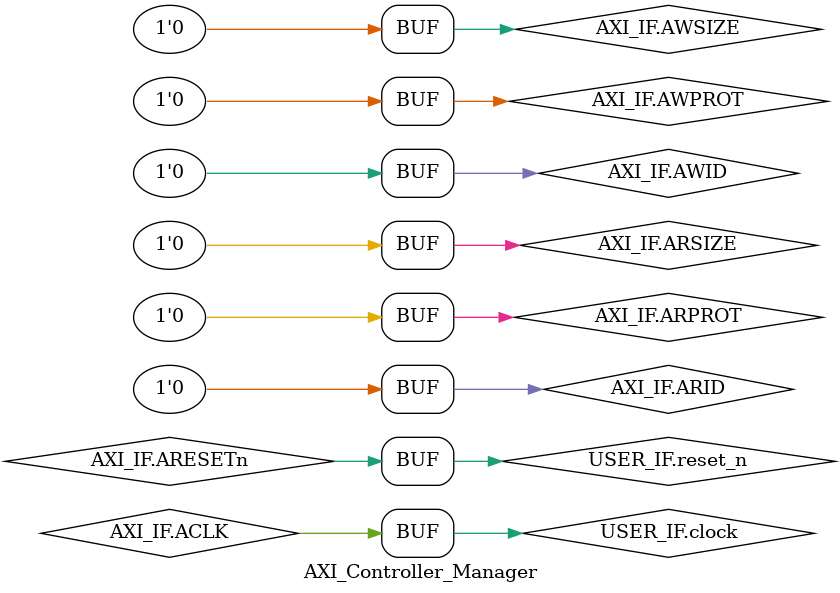
<source format=sv>
module AXI_Controller_Manager (
    Simple_Manager_Mem_IF.CONTROLLER USER_IF,
    AXI5_Lite_IF.MANAGER AXI_IF
);
    
    // Control signals for write datapath
    logic user_wr_data_addr_latched;
    logic axi_aw_done;
    logic axi_w_done;
    logic axi_data_transferred;
    logic write_done;
    
    // Control signals for read datapath
    logic user_rd_addr_latched;
    logic axi_ar_done;
    logic axi_rresp_done;
    logic read_done;
    
    // Buffers for incoming/outgoing data
    logic [31:0] user_waddr_latch;
    logic [31:0] user_wdata_latch;
    logic [ 3:0] user_wbyteEn_latch;

    logic [31:0] user_rdaddr_latch;
    logic [31:0] axi_rdata_latch;

    // Reg used for bringing up user-facing ready signals after reset
    logic reset_latch;
    always @(posedge AXI_IF.ACLK) begin
        reset_latch <= AXI_IF.ARESETn;
    end
    
    // Connect AXI reset and clock to USER_IF
    assign USER_IF.clock = AXI_IF.ACLK;
    assign USER_IF.reset_n = AXI_IF.ARESETn;

    ///////////////////////////////////////////////////////////////////////////
    ////                                                                   ////
    ////                    Write Channel Logic                            ////
    ////                                                                   ////
    ///////////////////////////////////////////////////////////////////////////
    
    // Write transaction:
    // 1. Keep wr_ready HIGH
    // 2. When wr_valid goes HIGH:
    //        a. Latch in write address
    //        b. Latch in write data
    //        c. Set wr_ready to LOW
    // 3. Handshake data out over AXI:
    //        a. Handshake write address over AW channel
    //        b. Handshake write data over W channel
    //        c. Set BREADY to HIGH
    // 4. Wait for AXI worker to assert BVALID, then:
    //        a. Set BREADY to LOW
    //        b. Set wr_ready on user bus back to HIGH
    // Note: wr_ready on user bus, and all ready/valid signals on AXI bus,
    //     should be LOW when in RESET!

    // User IF wr_ready generation
    // wr_ready is asserted HIGH by default to enable single-cycle transfers
    //     from the user logic to this module.
    // It will go LOW when wr_valid is HIGH - i.e., when a write transaction
    //     from the user is accepted
    // Once LOW, it will remain so until the write transaction is completed
    //     on the AXI bus - its completion is signalled with the "write_done"
    //     signal.
    always_ff @(posedge AXI_IF.ACLK) begin
        if (AXI_IF.ARESETn == 1'b0) begin
            USER_IF.wr_ready <= 1'b0;
        end else begin
            if (USER_IF.wr_valid && USER_IF.wr_ready) begin
                USER_IF.wr_ready <= 1'b0;
            end
            if (!USER_IF.wr_ready && write_done) begin
                USER_IF.wr_ready <= 1'b1;
            end
        end
    end
    
    // User write data and address latching
    // This block is responsible for capturing the user's wr addr
    //     and wr data, i.e. latching them in.
    // It will capture the address and data on the user IF when
    //     wr_valid and wr_ready are both HIGH.
    always_ff @(posedge AXI_IF.ACLK) begin
        if (AXI_IF.ARESETn == 1'b0) begin
            user_waddr_latch <= 'b0;
            user_wdata_latch <= 'b0;
            user_wbyteEn_latch <= 'b0;
        end else begin
            if (USER_IF.wr_valid && USER_IF.wr_ready && !user_wr_data_addr_latched) begin
                user_waddr_latch <= USER_IF.wr_addr;
                user_wdata_latch <= USER_IF.wr_data;
                user_wbyteEn_latch <= USER_IF.wr_byteEn;
            end
        end
    end
    
    // AXI interface AWVALID generation
    // AWVALID
    always_ff @(posedge AXI_IF.ACLK) begin
        if (AXI_IF.ARESETn == 1'b0) begin
            AXI_IF.AWVALID <= 1'b0;
        end else begin
            if (user_wr_data_addr_latched && !AXI_IF.AWVALID && !axi_aw_done) begin
                AXI_IF.AWVALID <= 1'b1;
            end
            if (AXI_IF.AWVALID && AXI_IF.AWREADY) begin
                AXI_IF.AWVALID <= 1'b0;
            end
        end
    end
    
    // AXI interface WVALID generation
    always_ff @(posedge AXI_IF.ACLK) begin
        if (AXI_IF.ARESETn == 1'b0) begin
            AXI_IF.WVALID <= 1'b0;
        end else begin
            if (user_wr_data_addr_latched && !AXI_IF.WVALID && !axi_w_done) begin
                AXI_IF.WVALID <= 1'b1;
            end
            if (AXI_IF.WVALID && AXI_IF.WREADY) begin
                AXI_IF.WVALID <= 1'b0;
            end
        end
    end
    
    // AXI interface BREADY generation
    always_ff @(posedge AXI_IF.ACLK) begin
        if (AXI_IF.ARESETn == 1'b0) begin
            AXI_IF.BREADY <= 1'b0;
        end else begin
            if (axi_data_transferred && !AXI_IF.BREADY) begin
                AXI_IF.BREADY <= 1'b1;
            end
            if (AXI_IF.BVALID && AXI_IF.BREADY) begin
                AXI_IF.BREADY <= 1'b0;
            end
        end
    end
    
    // Write channel control signal generation
    always_ff @(posedge AXI_IF.ACLK) begin
        if (AXI_IF.ARESETn == 1'b0) begin
            user_wr_data_addr_latched <= 1'b0;
            axi_aw_done <= 1'b0;
            axi_w_done <= 1'b0;
            write_done <= 1'b0;
        end else begin
            if (USER_IF.wr_ready && USER_IF.wr_valid) begin
                user_wr_data_addr_latched <= 1'b1;
            end
            if (AXI_IF.AWREADY && AXI_IF.AWVALID) begin
                axi_aw_done <= 1'b1;
            end
            if (AXI_IF.WREADY && AXI_IF.WVALID) begin
                axi_w_done <= 1'b1;
            end
            if (AXI_IF.BREADY && AXI_IF.BVALID) begin
                user_wr_data_addr_latched <= 1'b0;
                axi_aw_done <= 1'b0;
                axi_w_done <= 1'b0;
                write_done <= 1'b1;
            end
            if (!reset_latch) begin
                write_done <= 1'b1;
            end
            // write_done is a 1 cycle pulse to signal to the user IF's
            //     write channel to get ready again
            if (write_done == 1'b1) begin
                write_done <= 1'b0;
            end
        end
    end
    
    // Combinational logic for write channels
    always_comb begin
        // Control signals
        axi_data_transferred = axi_aw_done & axi_w_done;
    
        // Tie off AXI write address channel signals
        AXI_IF.AWID = 1'b0;
        AXI_IF.AWSIZE = 3'b010;
        AXI_IF.AWPROT = 3'b000;
        
        // Connect user data latches to the AXI bus
        AXI_IF.AWADDR = user_waddr_latch;
        AXI_IF.WDATA = user_wdata_latch;
        AXI_IF.WSTRB = user_wbyteEn_latch;
    end


    ///////////////////////////////////////////////////////////////////////////
    ////                                                                   ////
    ////                    Read Channel Logic                             ////
    ////                                                                   ////
    ///////////////////////////////////////////////////////////////////////////
    
    // Read transaction procedure:
    // 1. Wait for user logic to assert rd_valid
    // 2. Once user logic asserts rd_valid, latch in rd_addr
    // 3. Handshake read addr channel on AXI
    // 4. Handshake read response channel on AXI
    // 5. Present rd data to user logic and assert rd_ready until it
    //        deasserts rd_valid
    
    // rd_ready generation
    // rd_ready is LOW by default - it only goes HIGH at the end of a read
    //     transaction, after the following has occurred:
    //     1. rd_valid asserted by user and address transferred
    //     2. rd data fetched over AXI bus
    //     3. rd_valid is deasserted by user logic, and rd data transferred to
    //            user
    always_ff @(posedge AXI_IF.ACLK) begin
        if (AXI_IF.ARESETn == 1'b0) begin
            USER_IF.rd_ready <= 1'b0;
        end else begin
            if (axi_rresp_done) begin
                USER_IF.rd_ready <= 1'b1;
            end
            if (read_done) begin
                USER_IF.rd_ready <= 1'b0;
            end
        end
    end

    // User rd addr latching
    // The read address is latched in when the user asserts rd_valid
    // To keep the interface simple, it means that the rd addr will get latched
    //     in every cycle during a read transaction, while user logic holds
    //     rd_valid HIGH
    // This should be fine, as long as user logic does not change the addr
    //     and expect to get different data
    always_ff @(posedge AXI_IF.ACLK) begin
        if (AXI_IF.ARESETn == 1'b0) begin
            user_rdaddr_latch <= 'b0;
        end else begin
            if (USER_IF.rd_valid && !user_rd_addr_latched) begin
                user_rdaddr_latch <= USER_IF.rd_addr;
            end
        end
    end

    // ARVALID generation
    // ARVALID is held LOW by default, and goes HIGH one cycle after
    //     the user asserts rd_valid
    // It will remain HIGH until ARREADY is asserted, indicating a successful
    //     transfer to the AXI worker
    always_ff @(posedge AXI_IF.ACLK) begin
        if (AXI_IF.ARESETn == 1'b0) begin
            AXI_IF.ARVALID <= 1'b0;
        end else begin
            if (user_rd_addr_latched && !axi_ar_done && !AXI_IF.ARVALID) begin
                AXI_IF.ARVALID <= 1'b1;
            end
            if (AXI_IF.ARVALID && AXI_IF.ARREADY) begin
                AXI_IF.ARVALID <= 1'b0;
            end
        end
    end

    // RREADY generation
    // RREADY is held LOW by default, and goes HIGH at the same time as ARVALID
    // By asserting RREADY at the same time as initiating the AR handshake,
    //     we can speed up transfers by one cycle
    // It will remain HIGH until RVALID is asserted and the read data latched in
    always_ff @(posedge AXI_IF.ACLK) begin
        if (AXI_IF.ARESETn == 1'b0) begin
            AXI_IF.RREADY <= 1'b0;
        end else begin
            if (!axi_rresp_done && !AXI_IF.RREADY) begin
                AXI_IF.RREADY <= 1'b1;
            end
            if (AXI_IF.RREADY && AXI_IF.RVALID) begin
                AXI_IF.RREADY <= 1'b0;
            end
        end
    end

    // AXI read data latching
    // This block is responsible for capturing read data on the AXI bus,
    //     i.e. latching it in when RREADY and RVALID are both HIGH
    always_ff @(posedge AXI_IF.ACLK) begin
        if (AXI_IF.ARESETn == 1'b0) begin
            axi_rdata_latch <= 'b0;
        end else begin
            if (AXI_IF.RREADY && AXI_IF.RVALID) begin
                axi_rdata_latch <= AXI_IF.RDATA;
            end
        end
    end

    // Control signal generation
    always_ff @(posedge AXI_IF.ACLK) begin
        if (AXI_IF.ARESETn == 1'b0) begin
            user_rd_addr_latched <= 1'b0;
            axi_ar_done <= 1'b0;
            axi_rresp_done <= 1'b0;
            read_done <= 1'b0;
        end else begin
            if (USER_IF.rd_valid) begin
                user_rd_addr_latched <= 1'b1;
            end
            if (AXI_IF.ARVALID && AXI_IF.ARREADY) begin
                axi_ar_done <= 1'b1;
            end
            if (AXI_IF.RREADY && AXI_IF.RVALID) begin
                axi_rresp_done <= 1'b1;
            end
            if (!reset_latch) begin
                read_done <= 1'b1;
            end
            if (USER_IF.rd_ready && USER_IF.rd_valid) begin
                read_done <= 1'b1;
                user_rd_addr_latched <= 1'b0;
                axi_ar_done <= 1'b0;
                axi_rresp_done <= 1'b0;
            end
            if (read_done) begin
                read_done <= 1'b0;
            end
        end
    end

    // Combinational logic for read channels
    always_comb begin        
        // Tie off AXI read address channel signals
        AXI_IF.ARPROT = 3'b000;
        AXI_IF.ARSIZE = 3'b010;
        AXI_IF.ARID = 1'b0;

        // Connect rd addr and data latches
        AXI_IF.ARADDR = user_rdaddr_latch;
        USER_IF.rd_data = axi_rdata_latch;
    end

endmodule

</source>
